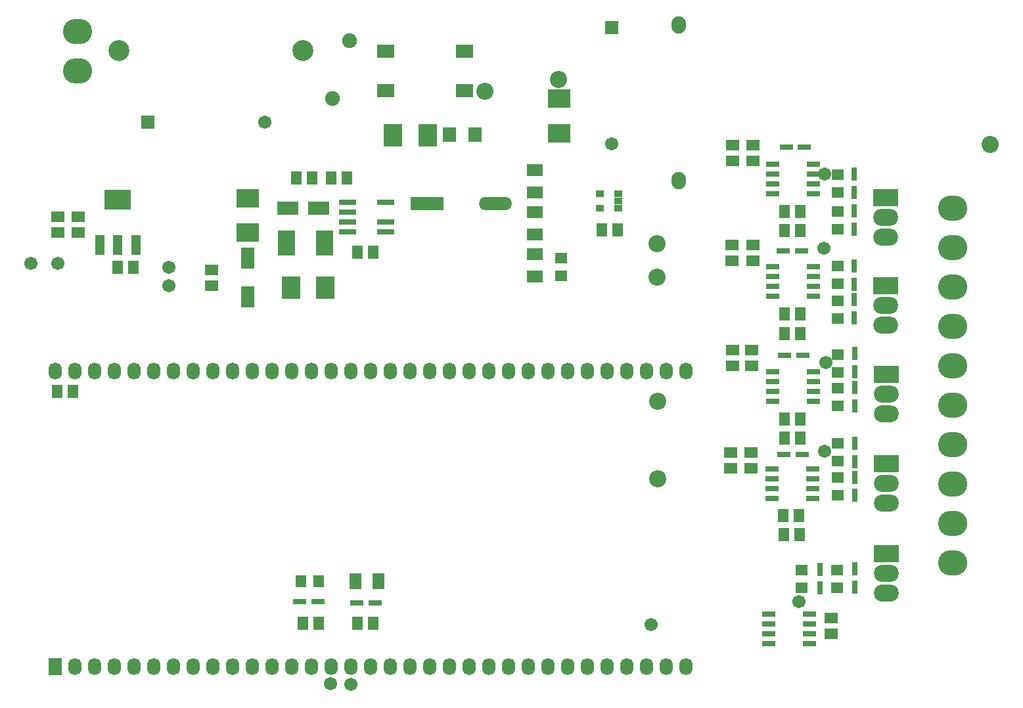
<source format=gts>
G04 Layer_Color=8388736*
%FSLAX44Y44*%
%MOMM*%
G71*
G01*
G75*
%ADD59R,1.6532X0.7532*%
%ADD60R,1.7272X0.7112*%
%ADD61R,1.4732X1.8034*%
%ADD62R,1.8034X1.4732*%
%ADD63R,2.2032X1.7032*%
%ADD64R,2.2032X3.2032*%
%ADD65R,1.7272X1.8542*%
%ADD66R,1.6002X1.4732*%
%ADD67R,0.7532X1.6532*%
%ADD68R,1.4732X1.6002*%
%ADD69R,2.7032X1.7032*%
%ADD70R,1.7032X2.7032*%
%ADD71R,1.2032X2.6032*%
%ADD72R,3.5032X2.6032*%
%ADD73R,2.2032X0.8032*%
%ADD74R,2.3622X2.9462*%
%ADD75R,2.9462X2.3622*%
%ADD76O,4.2672X1.7032*%
%ADD77R,4.2672X1.7032*%
%ADD78R,2.0532X1.5032*%
%ADD79R,1.5032X2.0532*%
%ADD80R,1.1032X0.8532*%
%ADD81C,1.7032*%
%ADD82C,2.2032*%
%ADD83R,1.7032X2.2032*%
%ADD84O,1.7032X2.2032*%
%ADD85C,1.9032*%
%ADD86C,2.7032*%
%ADD87O,3.7592X3.2512*%
%ADD88O,1.8542X2.2352*%
%ADD89O,3.2032X2.2032*%
%ADD90R,3.2032X2.2032*%
%ADD91R,1.7032X1.7032*%
%ADD92C,1.7032*%
%ADD93R,1.7032X1.7032*%
D59*
X22750Y703400D02*
D03*
X-750D02*
D03*
X20750Y435400D02*
D03*
X-2750D02*
D03*
X18750Y570400D02*
D03*
X-4750D02*
D03*
X-627500Y118000D02*
D03*
X-604000D02*
D03*
X-3750Y307400D02*
D03*
X19750D02*
D03*
X-530250Y116000D02*
D03*
X-553750D02*
D03*
D60*
X34035Y414450D02*
D03*
Y401750D02*
D03*
Y389050D02*
D03*
Y376350D02*
D03*
X-18035D02*
D03*
Y389050D02*
D03*
Y401750D02*
D03*
Y414450D02*
D03*
X34035Y549450D02*
D03*
Y536750D02*
D03*
Y524050D02*
D03*
Y511350D02*
D03*
X-18035D02*
D03*
Y524050D02*
D03*
Y536750D02*
D03*
Y549450D02*
D03*
X-19070Y288800D02*
D03*
Y276100D02*
D03*
Y263400D02*
D03*
Y250700D02*
D03*
X33000D02*
D03*
Y263400D02*
D03*
Y276100D02*
D03*
Y288800D02*
D03*
X-18035Y681450D02*
D03*
Y668750D02*
D03*
Y656050D02*
D03*
Y643350D02*
D03*
X34035D02*
D03*
Y656050D02*
D03*
Y668750D02*
D03*
Y681450D02*
D03*
X-23000Y101400D02*
D03*
Y88700D02*
D03*
Y76000D02*
D03*
Y63300D02*
D03*
X29070D02*
D03*
Y76000D02*
D03*
Y88700D02*
D03*
Y101400D02*
D03*
D61*
X17000Y620400D02*
D03*
X-3320D02*
D03*
X17000Y596400D02*
D03*
X-3320D02*
D03*
X-862000Y549000D02*
D03*
X-841680D02*
D03*
X-919840Y389000D02*
D03*
X-940160D02*
D03*
X-533000Y568000D02*
D03*
X-553320D02*
D03*
X-553160Y90000D02*
D03*
X-532840D02*
D03*
X-612000Y664000D02*
D03*
X-632320D02*
D03*
X-587160D02*
D03*
X-566840D02*
D03*
X-238320Y597000D02*
D03*
X-218000D02*
D03*
X-4320Y228400D02*
D03*
X16000D02*
D03*
X-4160Y204400D02*
D03*
X16160D02*
D03*
X-3160Y353400D02*
D03*
X17160D02*
D03*
X-3160Y328400D02*
D03*
X17160D02*
D03*
X-3160Y488400D02*
D03*
X17160D02*
D03*
X-3000Y463400D02*
D03*
X17320D02*
D03*
X-603680Y90000D02*
D03*
X-624000D02*
D03*
D62*
X-44000Y706560D02*
D03*
Y686240D02*
D03*
X-913000Y593840D02*
D03*
Y614160D02*
D03*
X-939000Y593840D02*
D03*
Y614160D02*
D03*
X-741000Y545320D02*
D03*
Y525000D02*
D03*
X-70000Y706720D02*
D03*
Y686400D02*
D03*
X57000Y76240D02*
D03*
Y96560D02*
D03*
X-72000Y289840D02*
D03*
Y310160D02*
D03*
X-46000Y289840D02*
D03*
Y310160D02*
D03*
X-70000Y422000D02*
D03*
Y442320D02*
D03*
X-45000Y422000D02*
D03*
Y442320D02*
D03*
X-71000Y557000D02*
D03*
Y577320D02*
D03*
X-44000Y557000D02*
D03*
Y577320D02*
D03*
D63*
X-516800Y827400D02*
D03*
Y776600D02*
D03*
X-415200D02*
D03*
Y827400D02*
D03*
D64*
X-645000Y580000D02*
D03*
X-596000D02*
D03*
D65*
X-435018Y719762D02*
D03*
X-401998D02*
D03*
D66*
X19000Y135400D02*
D03*
Y158260D02*
D03*
X66000Y435830D02*
D03*
Y412970D02*
D03*
Y370570D02*
D03*
Y393430D02*
D03*
Y550830D02*
D03*
Y527970D02*
D03*
Y668260D02*
D03*
Y645400D02*
D03*
Y620830D02*
D03*
Y597970D02*
D03*
X-291000Y537570D02*
D03*
Y560430D02*
D03*
X65000Y158830D02*
D03*
Y135970D02*
D03*
X66000Y299400D02*
D03*
Y322260D02*
D03*
Y277830D02*
D03*
Y254970D02*
D03*
Y505830D02*
D03*
Y482970D02*
D03*
D67*
X88000Y160150D02*
D03*
Y136650D02*
D03*
Y278150D02*
D03*
Y254650D02*
D03*
Y393750D02*
D03*
Y370250D02*
D03*
Y437900D02*
D03*
Y414400D02*
D03*
X87000Y507150D02*
D03*
Y483650D02*
D03*
Y550150D02*
D03*
Y526650D02*
D03*
Y621400D02*
D03*
Y597900D02*
D03*
Y668900D02*
D03*
Y645400D02*
D03*
X43000Y159150D02*
D03*
Y135650D02*
D03*
X88000Y298650D02*
D03*
Y322150D02*
D03*
D68*
X-603570Y144000D02*
D03*
X-626430D02*
D03*
D69*
X-603000Y625000D02*
D03*
X-643000D02*
D03*
D70*
X-695000Y511000D02*
D03*
Y561000D02*
D03*
D71*
X-885000Y578000D02*
D03*
X-862000Y578000D02*
D03*
X-839000Y578000D02*
D03*
D72*
X-862000Y636000D02*
D03*
D73*
X-517000Y594300D02*
D03*
Y607000D02*
D03*
Y632400D02*
D03*
X-566000Y594300D02*
D03*
Y607000D02*
D03*
Y619700D02*
D03*
Y632400D02*
D03*
D74*
X-595000Y523000D02*
D03*
X-639200D02*
D03*
X-507200Y719000D02*
D03*
X-463000D02*
D03*
D75*
X-695000Y638000D02*
D03*
Y593800D02*
D03*
X-293000Y721900D02*
D03*
Y766100D02*
D03*
D76*
X-375820Y631000D02*
D03*
D77*
X-463450D02*
D03*
D78*
X-325000Y566000D02*
D03*
Y537000D02*
D03*
Y674000D02*
D03*
Y645000D02*
D03*
Y591000D02*
D03*
Y620000D02*
D03*
D79*
X-526500Y144000D02*
D03*
X-555500D02*
D03*
D80*
X-217000Y625000D02*
D03*
Y634500D02*
D03*
Y644000D02*
D03*
X-241000D02*
D03*
Y625000D02*
D03*
D81*
X-175000Y88000D02*
D03*
X-939000Y554000D02*
D03*
X-974000D02*
D03*
X-796000Y525000D02*
D03*
Y549000D02*
D03*
X-562000Y11000D02*
D03*
X-588000Y12000D02*
D03*
X16000Y118000D02*
D03*
X49000Y312000D02*
D03*
X50000Y426000D02*
D03*
X48000Y573000D02*
D03*
X49000Y669000D02*
D03*
D82*
X-166000Y276000D02*
D03*
Y376000D02*
D03*
X-167000Y536000D02*
D03*
Y579000D02*
D03*
X-389000Y776000D02*
D03*
X-294000Y791000D02*
D03*
X262000Y707000D02*
D03*
D83*
X-943000Y34000D02*
D03*
D84*
X-917600D02*
D03*
X-892200D02*
D03*
X-866800D02*
D03*
X-841400D02*
D03*
X-816000D02*
D03*
X-790600D02*
D03*
X-765200D02*
D03*
X-739800D02*
D03*
X-714400D02*
D03*
X-689000D02*
D03*
X-663600D02*
D03*
X-638200D02*
D03*
X-612800D02*
D03*
X-587400D02*
D03*
X-562000D02*
D03*
X-536600D02*
D03*
X-511200D02*
D03*
X-485800D02*
D03*
X-460400D02*
D03*
X-435000D02*
D03*
X-409600D02*
D03*
X-384200D02*
D03*
X-358800D02*
D03*
X-333400D02*
D03*
X-308000D02*
D03*
X-282600D02*
D03*
X-257200D02*
D03*
X-231800D02*
D03*
X-206400D02*
D03*
X-181000D02*
D03*
X-155600D02*
D03*
X-130200D02*
D03*
Y415000D02*
D03*
X-155600D02*
D03*
X-181000D02*
D03*
X-206400D02*
D03*
X-231800D02*
D03*
X-257200D02*
D03*
X-282600D02*
D03*
X-308000D02*
D03*
X-333400D02*
D03*
X-358800D02*
D03*
X-384200D02*
D03*
X-409600D02*
D03*
X-435000D02*
D03*
X-460400D02*
D03*
X-485800D02*
D03*
X-511200D02*
D03*
X-536600D02*
D03*
X-562000D02*
D03*
X-587400D02*
D03*
X-612800D02*
D03*
X-638200D02*
D03*
X-663600D02*
D03*
X-689000D02*
D03*
X-714400D02*
D03*
X-739800D02*
D03*
X-765200D02*
D03*
X-790600D02*
D03*
X-816000D02*
D03*
X-841400D02*
D03*
X-866800D02*
D03*
X-892200D02*
D03*
X-917600D02*
D03*
X-943000D02*
D03*
D85*
X-563840Y841100D02*
D03*
X-585840Y766100D02*
D03*
D86*
X-860750Y828000D02*
D03*
X-623250D02*
D03*
D87*
X-914000Y852400D02*
D03*
Y801600D02*
D03*
X214000Y422200D02*
D03*
Y371400D02*
D03*
Y168200D02*
D03*
Y320600D02*
D03*
Y269800D02*
D03*
Y219000D02*
D03*
Y473000D02*
D03*
Y625400D02*
D03*
Y574600D02*
D03*
Y523800D02*
D03*
D88*
X-139000Y661000D02*
D03*
Y861000D02*
D03*
D89*
X127000Y588000D02*
D03*
Y613400D02*
D03*
X128000Y360000D02*
D03*
Y385400D02*
D03*
X128000Y128600D02*
D03*
Y154000D02*
D03*
X127000Y474000D02*
D03*
Y499400D02*
D03*
X128000Y245200D02*
D03*
Y270600D02*
D03*
D90*
X127000Y638800D02*
D03*
X128000Y410800D02*
D03*
X128000Y179400D02*
D03*
X127000Y524800D02*
D03*
X128000Y296000D02*
D03*
D91*
X-823000Y736000D02*
D03*
D92*
X-673000D02*
D03*
X-226000Y708000D02*
D03*
D93*
Y858000D02*
D03*
M02*

</source>
